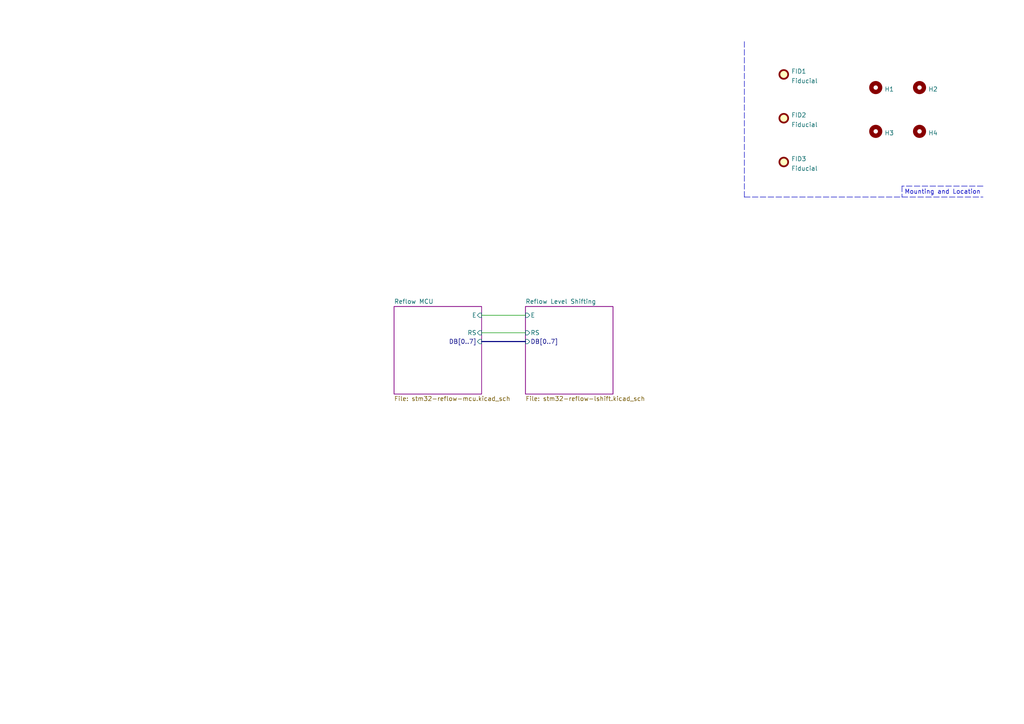
<source format=kicad_sch>
(kicad_sch (version 20210621) (generator eeschema)
  (paper "A4")
  (title_block (title "STM32 Reflow Controller") (date "2021-11-29") (rev "07684a7") (company "de Byl Technologies, LLC"))
  (lib_symbols
    (symbol "Mechanical:Fiducial"
      (property "Reference" "FID" (at 0 5.08 0))
      (property "Value" "Fiducial" (at 0 3.175 0))
      (symbol "Fiducial_0_1"
        (circle (center 0 0) (radius 1.27) (stroke (width 0.508)) (stroke (width 0.508)) (fill (type background)))
      )
    )
    (symbol "Mechanical:MountingHole" (pin_names (offset 1.016))
      (property "Reference" "H" (at 0 5.08 0))
      (property "Value" "MountingHole" (at 0 3.175 0))
      (symbol "MountingHole_0_1"
        (circle (center 0 0) (radius 1.27) (stroke (width 1.27)) (stroke (width 1.27)))
      )
    )
  )
  (wire (pts (xy 139.7 91.44) (xy 152.4 91.44)))
  (wire (pts (xy 139.7 96.52) (xy 152.4 96.52)))
  (bus (pts (xy 139.7 99.06) (xy 152.4 99.06)))
  (polyline (pts (xy 215.9 12.065) (xy 215.9 57.15)))
  (polyline (pts (xy 215.9 57.15) (xy 285.115 57.15)))
  (polyline (pts (xy 261.62 53.975) (xy 261.62 57.15)))
  (polyline (pts (xy 285.115 53.975) (xy 261.62 53.975)))
  (text "Mounting and Location" (at 284.48 56.515 180) (effects (font (size 1.27 1.27)) (justify right bottom)))
  (symbol (lib_id "Mechanical:Fiducial") (at 227.33 21.59 0) (unit 1)
    (property "Reference" "FID1" (at 229.489 20.6815 0) (effects (justify left)))
    (property "Value" "Fiducial" (at 229.489 23.4566 0) (effects (justify left)))
    (property "Footprint" "Fiducial:Fiducial_0.75mm_Mask2.25mm" (effects hide))
  )
  (symbol (lib_id "Mechanical:Fiducial") (at 227.33 34.29 0) (unit 1)
    (property "Reference" "FID2" (at 229.489 33.3815 0) (effects (justify left)))
    (property "Value" "Fiducial" (at 229.489 36.1566 0) (effects (justify left)))
    (property "Footprint" "Fiducial:Fiducial_0.75mm_Mask2.25mm" (effects hide))
  )
  (symbol (lib_id "Mechanical:Fiducial") (at 227.33 46.99 0) (unit 1)
    (property "Reference" "FID3" (at 229.489 46.0815 0) (effects (justify left)))
    (property "Value" "Fiducial" (at 229.489 48.8566 0) (effects (justify left)))
    (property "Footprint" "Fiducial:Fiducial_0.75mm_Mask2.25mm" (effects hide))
  )
  (symbol (lib_id "Mechanical:MountingHole") (at 254 25.4 0) (unit 1)
    (property "Reference" "H1" (at 256.54 25.879 0) (effects (justify left)))
    (property "Value" "MountingHole" (effects hide))
    (property "Footprint" "MountingHole:MountingHole_2.7mm_M2.5_Pad_Via" (effects hide))
  )
  (symbol (lib_id "Mechanical:MountingHole") (at 254 38.1 0) (unit 1)
    (property "Reference" "H3" (at 256.54 38.579 0) (effects (justify left)))
    (property "Value" "MountingHole" (effects hide))
    (property "Footprint" "MountingHole:MountingHole_2.7mm_M2.5_Pad_Via" (effects hide))
  )
  (symbol (lib_id "Mechanical:MountingHole") (at 266.7 25.4 0) (unit 1)
    (property "Reference" "H2" (at 269.24 25.879 0) (effects (justify left)))
    (property "Value" "MountingHole" (effects hide))
    (property "Footprint" "MountingHole:MountingHole_2.7mm_M2.5_Pad_Via" (effects hide))
  )
  (symbol (lib_id "Mechanical:MountingHole") (at 266.7 38.1 0) (unit 1)
    (property "Reference" "H4" (at 269.24 38.579 0) (effects (justify left)))
    (property "Value" "MountingHole" (effects hide))
    (property "Footprint" "MountingHole:MountingHole_2.7mm_M2.5_Pad_Via" (effects hide))
  )
  (sheet (at 152.4 88.9) (size 25.4 25.4) (stroke (width 0.1524) (color 132 0 132 1)) (fill (color 255 255 255 0.0000))
    (property "Sheet name" "Reflow Level Shifting" (at 152.4 88.1884 0) (effects (justify left bottom)))
    (property "Sheet file" "stm32-reflow-lshift.kicad_sch" (at 152.4 114.8846 0) (effects (justify left top)))
    (pin "E" input (at 152.4 91.44 180))
    (pin "RS" input (at 152.4 96.52 180))
    (pin "DB[0..7]" input (at 152.4 99.06 180))
  )
  (sheet (at 114.3 88.9) (size 25.4 25.4) (stroke (width 0.1524) (color 132 0 132 1)) (fill (color 255 255 255 0.0000))
    (property "Sheet name" "Reflow MCU" (at 114.3 88.1884 0) (effects (justify left bottom)))
    (property "Sheet file" "stm32-reflow-mcu.kicad_sch" (at 114.3 114.8846 0) (effects (justify left top)))
    (pin "DB[0..7]" input (at 139.7 99.06 0))
    (pin "E" input (at 139.7 91.44 0))
    (pin "RS" input (at 139.7 96.52 0))
  )
)
</source>
